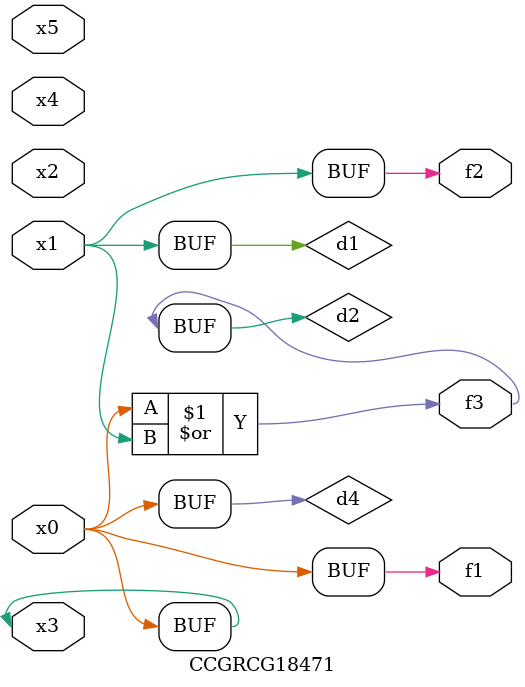
<source format=v>
module CCGRCG18471(
	input x0, x1, x2, x3, x4, x5,
	output f1, f2, f3
);

	wire d1, d2, d3, d4;

	and (d1, x1);
	or (d2, x0, x1);
	nand (d3, x0, x5);
	buf (d4, x0, x3);
	assign f1 = d4;
	assign f2 = d1;
	assign f3 = d2;
endmodule

</source>
